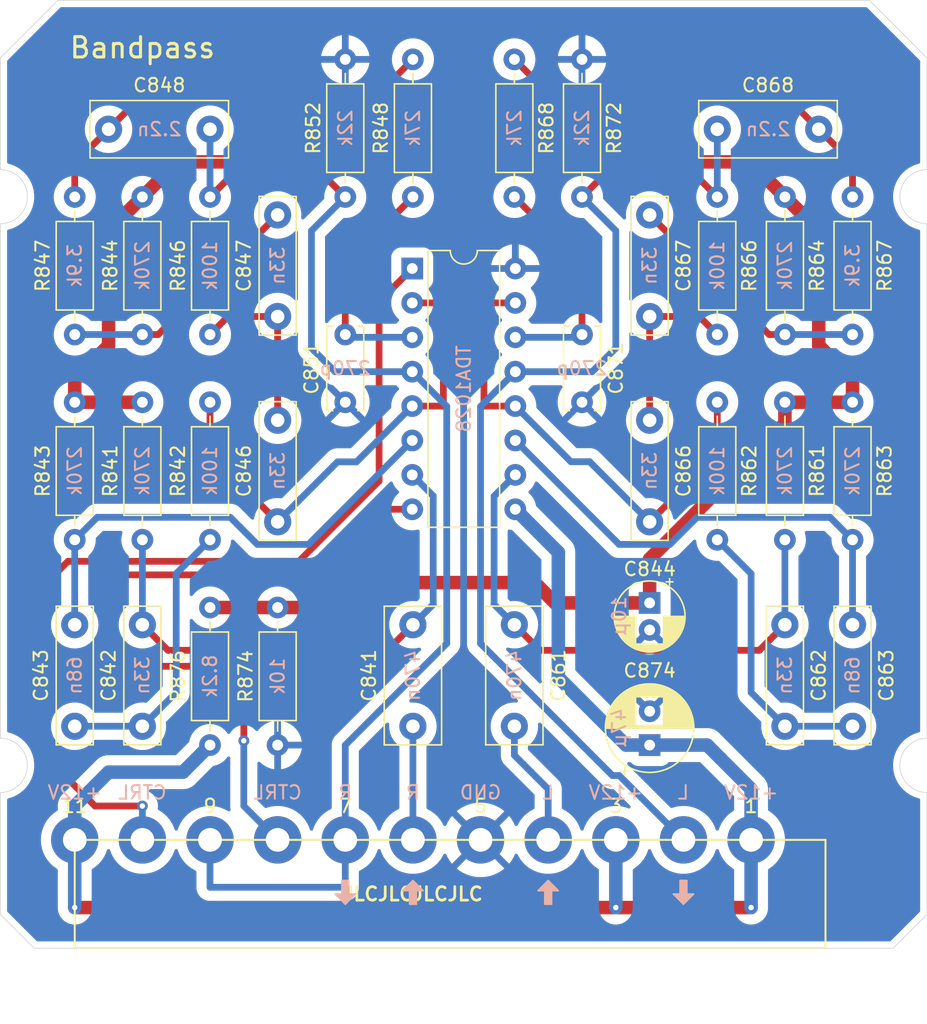
<source format=kicad_pcb>
(kicad_pcb (version 20221018) (generator pcbnew)
  (layers (0 "F.Cu" signal) (31 "B.Cu" signal) (34 "B.Paste" user) (35 "F.Paste" user) (36 "B.SilkS" user "B.Silkscreen") (37 "F.SilkS" user "F.Silkscreen") (38 "B.Mask" user) (39 "F.Mask" user) (44 "Edge.Cuts" user))
  (net 0 "")
  (net 1 "+12V")
  (net 2 "GND")
  (net 3 "III-2")
  (net 4 "IN_R")
  (net 5 "Net-(C842-Pad1)")
  (net 6 "III-1")
  (net 7 "+6.5V")
  (net 8 "O-III")
  (net 9 "Net-(C846-Pad2)")
  (net 10 "Net-(C847-Pad2)")
  (net 11 "Net-(C848-Pad1)")
  (net 12 "OUT_R")
  (net 13 "I-2")
  (net 14 "IV-1")
  (net 15 "IN_L")
  (net 16 "Net-(C862-Pad1)")
  (net 17 "IV-2")
  (net 18 "O-IV")
  (net 19 "Net-(C866-Pad2)")
  (net 20 "Net-(C867-Pad2)")
  (net 21 "Net-(C868-Pad1)")
  (net 22 "OUT_L")
  (net 23 "II-2")
  (net 24 "CRTL-I")
  (net 25 "CRTL-II")
  (footprint "NF-Filter-Modul:Connector_01x11_5mm" (layer "F.Cu") (at 81.25 87)
    (fp_text reference "J1" hide)
    (fp_text value "Conn_01x13")
    (fp_text user "7" (at -30 -2.5) (layer "F.SilkS"))
    (fp_text user "1" (at 0 -2.5) (layer "F.SilkS"))
    (fp_text user "11" (at -50 -2.5) (layer "F.SilkS"))
    (pad "1" thru_hole circle (at 0 0 180) (size 3.5 3.5) (drill 1.75) (layers "B.Cu" "B.Mask") (net 1 "+12V"))
    (pad "2" thru_hole circle (at -5 0 180) (size 3.5 3.5) (drill 1.75) (layers "B.Cu" "B.Mask") (net 22 "OUT_L"))
    (pad "3" thru_hole circle (at -10 0 180) (size 3.5 3.5) (drill 1.75) (layers "B.Cu" "B.Mask") (net 1 "+12V"))
    (pad "4" thru_hole circle (at -15 0 180) (size 3.5 3.5) (drill 1.75) (layers "B.Cu" "B.Mask") (net 15 "IN_L"))
    (pad "5" thru_hole circle (at -20 0 180) (size 3.5 3.5) (drill 1.75) (layers "B.Cu" "B.Mask") (net 2 "GND"))
    (pad "6" thru_hole circle (at -25 0 180) (size 3.5 3.5) (drill 1.75) (layers "B.Cu" "B.Mask") (net 4 "IN_R"))
    (pad "7" thru_hole circle (at -30 0 180) (size 3.5 3.5) (drill 1.75) (layers "B.Cu" "B.Mask") (net 12 "OUT_R"))
    (pad "8" thru_hole circle (at -35 0 180) (size 3.5 3.5) (drill 1.75) (layers "B.Cu" "B.Mask") (net 24 "CRTL-I"))
    (pad "9" thru_hole circle (at -40 0 180) (size 3.5 3.5) (drill 1.75) (layers "B.Cu" "B.Mask") (net 12 "OUT_R"))
    (pad "10" thru_hole circle (at -45 0 180) (size 3.5 3.5) (drill 1.75) (layers "B.Cu" "B.Mask") (net 25 "CRTL-II"))
    (pad "11" thru_hole circle (at -50 0 180) (size 3.5 3.5) (drill 1.75) (layers "B.Cu" "B.Mask") (net 1 "+12V"))
  )
  (footprint "Capacitor_THT:C_Rect_L10.0mm_W4.0mm_P7.50mm_MKS4" (layer "F.Cu") (at 56.25 71.113 -90)
    (fp_text reference "C841" (at 3.75 3.25 90) (layer "F.SilkS"))
    (fp_text value "470n" (at 3.75 0 90) (layer "B.SilkS") (effects (justify mirror)))
    (pad "1" thru_hole circle (at 0 0 270) (size 2 2) (drill 1) (layers "*.Cu" "*.Mask") (net 6 "III-1"))
    (pad "2" thru_hole circle (at 7.5 0 270) (size 2 2) (drill 1) (layers "*.Cu" "*.Mask") (net 4 "IN_R"))
  )
  (footprint "Resistor_THT:R_Axial_DIN0207_L6.3mm_D2.5mm_P10.16mm_Horizontal" (layer "F.Cu") (at 88.75 49.68 90)
    (fp_text reference "R867" (at 5.08 2.37 90) (layer "F.SilkS"))
    (fp_text value "3.9k" (at 5.08 0 90) (layer "B.SilkS") (effects (justify mirror)))
    (pad "1" thru_hole circle (at 0 0 90) (size 1.6 1.6) (drill 0.8) (layers "*.Cu" "*.Mask") (net 20 "Net-(C867-Pad2)"))
    (pad "2" thru_hole oval (at 10.16 0 90) (size 1.6 1.6) (drill 0.8) (layers "*.Cu" "*.Mask") (net 21 "Net-(C868-Pad1)"))
  )
  (footprint "Capacitor_THT:C_Rect_L10.0mm_W4.0mm_P7.50mm_MKS4" (layer "F.Cu") (at 86.25 34.52 180)
    (fp_text reference "C868" (at 3.75 3.25) (layer "F.SilkS"))
    (fp_text value "2.2n" (at 3.75 0) (layer "B.SilkS") (effects (justify mirror)))
    (pad "1" thru_hole circle (at 0 0 180) (size 2 2) (drill 1) (layers "*.Cu" "*.Mask") (net 21 "Net-(C868-Pad1)"))
    (pad "2" thru_hole circle (at 7.5 0 180) (size 2 2) (drill 1) (layers "*.Cu" "*.Mask") (net 22 "OUT_L"))
  )
  (footprint "Resistor_THT:R_Axial_DIN0207_L6.3mm_D2.5mm_P10.16mm_Horizontal" (layer "F.Cu") (at 51.25 39.52 90)
    (fp_text reference "R852" (at 5.08 -2.37 90) (layer "F.SilkS"))
    (fp_text value "22k" (at 5.08 0 90) (layer "B.SilkS") (effects (justify mirror)))
    (pad "1" thru_hole circle (at 0 0 90) (size 1.6 1.6) (drill 0.8) (layers "*.Cu" "*.Mask") (net 12 "OUT_R"))
    (pad "2" thru_hole oval (at 10.16 0 90) (size 1.6 1.6) (drill 0.8) (layers "*.Cu" "*.Mask") (net 2 "GND"))
  )
  (footprint "Capacitor_THT:C_Rect_L10.0mm_W2.5mm_P7.50mm_MKS4" (layer "F.Cu") (at 46.25 63.51 90)
    (fp_text reference "C846" (at 3.75 -2.5 90) (layer "F.SilkS"))
    (fp_text value "33n" (at 3.75 0 90) (layer "B.SilkS") (effects (justify mirror)))
    (pad "1" thru_hole circle (at 0 0 90) (size 2 2) (drill 1) (layers "*.Cu" "*.Mask") (net 8 "O-III"))
    (pad "2" thru_hole circle (at 7.5 0 90) (size 2 2) (drill 1) (layers "*.Cu" "*.Mask") (net 9 "Net-(C846-Pad2)"))
  )
  (footprint "Capacitor_THT:C_Rect_L10.0mm_W2.5mm_P7.50mm_MKS4" (layer "F.Cu") (at 88.75 78.61 90)
    (fp_text reference "C863" (at 3.75 2.5 90) (layer "F.SilkS"))
    (fp_text value "68n" (at 3.75 0 90) (layer "B.SilkS") (effects (justify mirror)))
    (pad "1" thru_hole circle (at 0 0 90) (size 2 2) (drill 1) (layers "*.Cu" "*.Mask") (net 16 "Net-(C862-Pad1)"))
    (pad "2" thru_hole circle (at 7.5 0 90) (size 2 2) (drill 1) (layers "*.Cu" "*.Mask") (net 17 "IV-2"))
  )
  (footprint "Resistor_THT:R_Axial_DIN0207_L6.3mm_D2.5mm_P10.16mm_Horizontal" (layer "F.Cu") (at 36.25 54.68 -90)
    (fp_text reference "R841" (at 5.08 2.37 90) (layer "F.SilkS"))
    (fp_text value "270k" (at 5.08 0 90) (layer "B.SilkS") (effects (justify mirror)))
    (pad "1" thru_hole circle (at 0 0 270) (size 1.6 1.6) (drill 0.8) (layers "*.Cu" "*.Mask") (net 7 "+6.5V"))
    (pad "2" thru_hole oval (at 10.16 0 270) (size 1.6 1.6) (drill 0.8) (layers "*.Cu" "*.Mask") (net 6 "III-1"))
  )
  (footprint "Resistor_THT:R_Axial_DIN0207_L6.3mm_D2.5mm_P10.16mm_Horizontal" (layer "F.Cu") (at 41.25 80 90)
    (fp_text reference "R876" (at 5.08 -2.37 90) (layer "F.SilkS"))
    (fp_text value "8.2k" (at 5.08 0 90) (layer "B.SilkS") (effects (justify mirror)))
    (pad "1" thru_hole circle (at 0 0 90) (size 1.6 1.6) (drill 0.8) (layers "*.Cu" "*.Mask") (net 1 "+12V"))
    (pad "2" thru_hole oval (at 10.16 0 90) (size 1.6 1.6) (drill 0.8) (layers "*.Cu" "*.Mask") (net 7 "+6.5V"))
  )
  (footprint "Capacitor_THT:C_Rect_L10.0mm_W2.5mm_P7.50mm_MKS4" (layer "F.Cu") (at 73.75 63.51 90)
    (fp_text reference "C866" (at 3.75 2.5 90) (layer "F.SilkS"))
    (fp_text value "33n" (at 3.75 0 90) (layer "B.SilkS") (effects (justify mirror)))
    (pad "1" thru_hole circle (at 0 0 90) (size 2 2) (drill 1) (layers "*.Cu" "*.Mask") (net 18 "O-IV"))
    (pad "2" thru_hole circle (at 7.5 0 90) (size 2 2) (drill 1) (layers "*.Cu" "*.Mask") (net 19 "Net-(C866-Pad2)"))
  )
  (footprint "Resistor_THT:R_Axial_DIN0207_L6.3mm_D2.5mm_P10.16mm_Horizontal" (layer "F.Cu") (at 78.75 49.68 90)
    (fp_text reference "R866" (at 5.08 2.37 90) (layer "F.SilkS"))
    (fp_text value "100k" (at 5.08 0 90) (layer "B.SilkS") (effects (justify mirror)))
    (pad "1" thru_hole circle (at 0 0 90) (size 1.6 1.6) (drill 0.8) (layers "*.Cu" "*.Mask") (net 19 "Net-(C866-Pad2)"))
    (pad "2" thru_hole oval (at 10.16 0 90) (size 1.6 1.6) (drill 0.8) (layers "*.Cu" "*.Mask") (net 22 "OUT_L"))
  )
  (footprint "Capacitor_THT:C_Rect_L10.0mm_W4.0mm_P7.50mm_MKS4" (layer "F.Cu") (at 63.75 71.11 -90)
    (fp_text reference "C861" (at 3.75 -3.25 90) (layer "F.SilkS"))
    (fp_text value "470n" (at 3.75 0 90) (layer "B.SilkS") (effects (justify mirror)))
    (pad "1" thru_hole circle (at 0 0 270) (size 2 2) (drill 1) (layers "*.Cu" "*.Mask") (net 14 "IV-1"))
    (pad "2" thru_hole circle (at 7.5 0 270) (size 2 2) (drill 1) (layers "*.Cu" "*.Mask") (net 15 "IN_L"))
  )
  (footprint "Capacitor_THT:C_Disc_D6.0mm_W2.5mm_P5.00mm" (layer "F.Cu") (at 51.25 49.68 -90)
    (fp_text reference "C851" (at 2.5 2.5 90) (layer "F.SilkS"))
    (fp_text value "270p" (at 2.5 0) (layer "B.SilkS") (effects (justify mirror)))
    (pad "1" thru_hole circle (at 0 0 270) (size 1.6 1.6) (drill 0.8) (layers "*.Cu" "*.Mask") (net 13 "I-2"))
    (pad "2" thru_hole circle (at 5 0 270) (size 1.6 1.6) (drill 0.8) (layers "*.Cu" "*.Mask") (net 2 "GND"))
  )
  (footprint "Capacitor_THT:C_Rect_L10.0mm_W2.5mm_P7.50mm_MKS4" (layer "F.Cu") (at 73.75 48.35 90)
    (fp_text reference "C867" (at 3.75 2.5 90) (layer "F.SilkS"))
    (fp_text value "33n" (at 3.75 0 90) (layer "B.SilkS") (effects (justify mirror)))
    (pad "1" thru_hole circle (at 0 0 90) (size 2 2) (drill 1) (layers "*.Cu" "*.Mask") (net 19 "Net-(C866-Pad2)"))
    (pad "2" thru_hole circle (at 7.5 0 90) (size 2 2) (drill 1) (layers "*.Cu" "*.Mask") (net 20 "Net-(C867-Pad2)"))
  )
  (footprint "Capacitor_THT:C_Rect_L10.0mm_W2.5mm_P7.50mm_MKS4" (layer "F.Cu") (at 31.25 78.61 90)
    (fp_text reference "C843" (at 3.75 -2.5 90) (layer "F.SilkS"))
    (fp_text value "68n" (at 3.75 0 90) (layer "B.SilkS") (effects (justify mirror)))
    (pad "1" thru_hole circle (at 0 0 90) (size 2 2) (drill 1) (layers "*.Cu" "*.Mask") (net 5 "Net-(C842-Pad1)"))
    (pad "2" thru_hole circle (at 7.5 0 90) (size 2 2) (drill 1) (layers "*.Cu" "*.Mask") (net 3 "III-2"))
  )
  (footprint "Resistor_THT:R_Axial_DIN0207_L6.3mm_D2.5mm_P10.16mm_Horizontal" (layer "F.Cu") (at 31.25 54.68 -90)
    (fp_text reference "R843" (at 5.08 2.37 90) (layer "F.SilkS"))
    (fp_text value "270k" (at 5.08 0 90) (layer "B.SilkS") (effects (justify mirror)))
    (pad "1" thru_hole circle (at 0 0 270) (size 1.6 1.6) (drill 0.8) (layers "*.Cu" "*.Mask") (net 7 "+6.5V"))
    (pad "2" thru_hole oval (at 10.16 0 270) (size 1.6 1.6) (drill 0.8) (layers "*.Cu" "*.Mask") (net 3 "III-2"))
  )
  (footprint "Resistor_THT:R_Axial_DIN0207_L6.3mm_D2.5mm_P10.16mm_Horizontal" (layer "F.Cu") (at 88.75 54.68 -90)
    (fp_text reference "R863" (at 5.08 -2.37 90) (layer "F.SilkS"))
    (fp_text value "270k" (at 5.08 0 90) (layer "B.SilkS") (effects (justify mirror)))
    (pad "1" thru_hole circle (at 0 0 270) (size 1.6 1.6) (drill 0.8) (layers "*.Cu" "*.Mask") (net 7 "+6.5V"))
    (pad "2" thru_hole oval (at 10.16 0 270) (size 1.6 1.6) (drill 0.8) (layers "*.Cu" "*.Mask") (net 17 "IV-2"))
  )
  (footprint "Resistor_THT:R_Axial_DIN0207_L6.3mm_D2.5mm_P10.16mm_Horizontal" (layer "F.Cu") (at 41.25 49.68 90)
    (fp_text reference "R846" (at 5.08 -2.37 90) (layer "F.SilkS"))
    (fp_text value "100k" (at 5.08 0 90) (layer "B.SilkS") (effects (justify mirror)))
    (pad "1" thru_hole circle (at 0 0 90) (size 1.6 1.6) (drill 0.8) (layers "*.Cu" "*.Mask") (net 9 "Net-(C846-Pad2)"))
    (pad "2" thru_hole oval (at 10.16 0 90) (size 1.6 1.6) (drill 0.8) (layers "*.Cu" "*.Mask") (net 12 "OUT_R"))
  )
  (footprint "Resistor_THT:R_Axial_DIN0207_L6.3mm_D2.5mm_P10.16mm_Horizontal" (layer "F.Cu") (at 36.25 39.52 -90)
    (fp_text reference "R844" (at 5.08 2.37 90) (layer "F.SilkS"))
    (fp_text value "270k" (at 5.08 0 90) (layer "B.SilkS") (effects (justify mirror)))
    (pad "1" thru_hole circle (at 0 0 270) (size 1.6 1.6) (drill 0.8) (layers "*.Cu" "*.Mask") (net 7 "+6.5V"))
    (pad "2" thru_hole oval (at 10.16 0 270) (size 1.6 1.6) (drill 0.8) (layers "*.Cu" "*.Mask") (net 10 "Net-(C847-Pad2)"))
  )
  (footprint "Resistor_THT:R_Axial_DIN0207_L6.3mm_D2.5mm_P10.16mm_Horizontal" (layer "F.Cu") (at 31.25 49.68 90)
    (fp_text reference "R847" (at 5.08 -2.37 90) (layer "F.SilkS"))
    (fp_text value "3.9k" (at 5.08 0 90) (layer "B.SilkS") (effects (justify mirror)))
    (pad "1" thru_hole circle (at 0 0 90) (size 1.6 1.6) (drill 0.8) (layers "*.Cu" "*.Mask") (net 10 "Net-(C847-Pad2)"))
    (pad "2" thru_hole oval (at 10.16 0 90) (size 1.6 1.6) (drill 0.8) (layers "*.Cu" "*.Mask") (net 11 "Net-(C848-Pad1)"))
  )
  (footprint "Resistor_THT:R_Axial_DIN0207_L6.3mm_D2.5mm_P10.16mm_Horizontal" (layer "F.Cu") (at 83.75 39.52 -90)
    (fp_text reference "R864" (at 5.08 -2.37 90) (layer "F.SilkS"))
    (fp_text value "270k" (at 5.08 0 90) (layer "B.SilkS") (effects (justify mirror)))
    (pad "1" thru_hole circle (at 0 0 270) (size 1.6 1.6) (drill 0.8) (layers "*.Cu" "*.Mask") (net 7 "+6.5V"))
    (pad "2" thru_hole oval (at 10.16 0 270) (size 1.6 1.6) (drill 0.8) (layers "*.Cu" "*.Mask") (net 20 "Net-(C867-Pad2)"))
  )
  (footprint "Resistor_THT:R_Axial_DIN0207_L6.3mm_D2.5mm_P10.16mm_Horizontal" (layer "F.Cu") (at 83.75 54.68 -90)
    (fp_text reference "R861" (at 5.08 -2.37 90) (layer "F.SilkS"))
    (fp_text value "270k" (at 5.08 0 90) (layer "B.SilkS") (effects (justify mirror)))
    (pad "1" thru_hole circle (at 0 0 270) (size 1.6 1.6) (drill 0.8) (layers "*.Cu" "*.Mask") (net 7 "+6.5V"))
    (pad "2" thru_hole oval (at 10.16 0 270) (size 1.6 1.6) (drill 0.8) (layers "*.Cu" "*.Mask") (net 14 "IV-1"))
  )
  (footprint "Capacitor_THT:CP_Radial_D5.0mm_P2.00mm" (layer "F.Cu") (at 73.75 69.5 -90)
    (fp_text reference "C844" (at -2.5 0) (layer "F.SilkS"))
    (fp_text value "10µ" (at 1 2.25 90) (layer "B.SilkS") (effects (justify mirror)))
    (pad "1" thru_hole rect (at 0 0 270) (size 1.6 1.6) (drill 0.8) (layers "*.Cu" "*.Mask") (net 7 "+6.5V"))
    (pad "2" thru_hole circle (at 2 0 270) (size 1.6 1.6) (drill 0.8) (layers "*.Cu" "*.Mask") (net 2 "GND"))
  )
  (footprint "Package_DIP:DIP-16_W7.62mm" (layer "F.Cu") (at 56.2 44.805)
    (fp_text reference "U841" hide)
    (fp_text value "TDA1028" (at 3.81 8.89 90) (layer "B.SilkS") (effects (justify mirror)))
    (pad "1" thru_hole rect (at 0 0) (size 1.6 1.6) (drill 0.8) (layers "*.Cu" "*.Mask") (net 25 "CRTL-II"))
    (pad "2" thru_hole oval (at 0 2.54) (size 1.6 1.6) (drill 0.8) (layers "*.Cu" "*.Mask") (net 8 "O-III"))
    (pad "3" thru_hole oval (at 0 5.08) (size 1.6 1.6) (drill 0.8) (layers "*.Cu" "*.Mask") (net 13 "I-2"))
    (pad "4" thru_hole oval (at 0 7.62) (size 1.6 1.6) (drill 0.8) (layers "*.Cu" "*.Mask") (net 12 "OUT_R"))
    (pad "5" thru_hole oval (at 0 10.16) (size 1.6 1.6) (drill 0.8) (layers "*.Cu" "*.Mask") (net 8 "O-III"))
    (pad "6" thru_hole oval (at 0 12.7) (size 1.6 1.6) (drill 0.8) (layers "*.Cu" "*.Mask") (net 3 "III-2"))
    (pad "7" thru_hole oval (at 0 15.24) (size 1.6 1.6) (drill 0.8) (layers "*.Cu" "*.Mask") (net 6 "III-1"))
    (pad "8" thru_hole oval (at 0 17.78) (size 1.6 1.6) (drill 0.8) (layers "*.Cu" "*.Mask") (net 24 "CRTL-I"))
    (pad "9" thru_hole oval (at 7.62 17.78) (size 1.6 1.6) (drill 0.8) (layers "*.Cu" "*.Mask") (net 1 "+12V"))
    (pad "10" thru_hole oval (at 7.62 15.24) (size 1.6 1.6) (drill 0.8) (layers "*.Cu" "*.Mask") (net 14 "IV-1"))
    (pad "11" thru_hole oval (at 7.62 12.7) (size 1.6 1.6) (drill 0.8) (layers "*.Cu" "*.Mask") (net 17 "IV-2"))
    (pad "12" thru_hole oval (at 7.62 10.16) (size 1.6 1.6) (drill 0.8) (layers "*.Cu" "*.Mask") (net 18 "O-IV"))
    (pad "13" thru_hole oval (at 7.62 7.62) (size 1.6 1.6) (drill 0.8) (layers "*.Cu" "*.Mask") (net 22 "OUT_L"))
    (pad "14" thru_hole oval (at 7.62 5.08) (size 1.6 1.6) (drill 0.8) (layers "*.Cu" "*.Mask") (net 23 "II-2"))
    (pad "15" thru_hole oval (at 7.62 2.54) (size 1.6 1.6) (drill 0.8) (layers "*.Cu" "*.Mask") (net 18 "O-IV"))
    (pad "16" thru_hole oval (at 7.62 0) (size 1.6 1.6) (drill 0.8) (layers "*.Cu" "*.Mask") (net 2 "GND"))
  )
  (footprint "Resistor_THT:R_Axial_DIN0207_L6.3mm_D2.5mm_P10.16mm_Horizontal" (layer "F.Cu") (at 46.25 69.84 -90)
    (fp_text reference "R874" (at 5.08 2.37 90) (layer "F.SilkS"))
    (fp_text value "10k" (at 5.08 0 90) (layer "B.SilkS") (effects (justify mirror)))
    (pad "1" thru_hole circle (at 0 0 270) (size 1.6 1.6) (drill 0.8) (layers "*.Cu" "*.Mask") (net 7 "+6.5V"))
    (pad "2" thru_hole oval (at 10.16 0 270) (size 1.6 1.6) (drill 0.8) (layers "*.Cu" "*.Mask") (net 2 "GND"))
  )
  (footprint "Capacitor_THT:CP_Radial_D6.3mm_P2.50mm" (layer "F.Cu") (at 73.75 80 90)
    (fp_text reference "C874" (at 5.5 0 180) (layer "F.SilkS"))
    (fp_text value "47µ" (at 1.25 -2.25 90) (layer "B.SilkS") (effects (justify mirror)))
    (pad "1" thru_hole rect (at 0 0 90) (size 1.6 1.6) (drill 0.8) (layers "*.Cu" "*.Mask") (net 1 "+12V"))
    (pad "2" thru_hole circle (at 2.5 0 90) (size 1.6 1.6) (drill 0.8) (layers "*.Cu" "*.Mask") (net 2 "GND"))
  )
  (footprint "Capacitor_THT:C_Rect_L10.0mm_W2.5mm_P7.50mm_MKS4" (layer "F.Cu") (at 83.75 78.61 90)
    (fp_text reference "C862" (at 3.75 2.5 90) (layer "F.SilkS"))
    (fp_text value "33n" (at 3.75 0 90) (layer "B.SilkS") (effects (justify mirror)))
    (pad "1" thru_hole circle (at 0 0 90) (size 2 2) (drill 1) (layers "*.Cu" "*.Mask") (net 16 "Net-(C862-Pad1)"))
    (pad "2" thru_hole circle (at 7.5 0 90) (size 2 2) (drill 1) (layers "*.Cu" "*.Mask") (net 14 "IV-1"))
  )
  (footprint "Capacitor_THT:C_Rect_L10.0mm_W4.0mm_P7.50mm_MKS4" (layer "F.Cu") (at 33.75 34.52)
    (fp_text reference "C848" (at 3.75 -3.25) (layer "F.SilkS"))
    (fp_text value "2.2n" (at 3.75 0) (layer "B.SilkS") (effects (justify mirror)))
    (pad "1" thru_hole circle (at 0 0) (size 2 2) (drill 1) (layers "*.Cu" "*.Mask") (net 11 "Net-(C848-Pad1)"))
    (pad "2" thru_hole circle (at 7.5 0) (size 2 2) (drill 1) (layers "*.Cu" "*.Mask") (net 12 "OUT_R"))
  )
  (footprint "Capacitor_THT:C_Rect_L10.0mm_W2.5mm_P7.50mm_MKS4" (layer "F.Cu") (at 36.25 78.61 90)
    (fp_text reference "C842" (at 3.75 -2.5 90) (layer "F.SilkS"))
    (fp_text value "33n" (at 3.75 0 90) (layer "B.SilkS") (effects (justify mirror)))
    (pad "1" thru_hole circle (at 0 0 90) (size 2 2) (drill 1) (layers "*.Cu" "*.Mask") (net 5 "Net-(C842-Pad1)"))
    (pad "2" thru_hole circle (at 7.5 0 90) (size 2 2) (drill 1) (layers "*.Cu" "*.Mask") (net 6 "III-1"))
  )
  (footprint "Capacitor_THT:C_Disc_D6.0mm_W2.5mm_P5.00mm" (layer "F.Cu") (at 68.75 49.68 -90)
    (fp_text reference "C871" (at 2.5 -2.5 90) (layer "F.SilkS"))
    (fp_text value "270p" (at 2.5 0) (layer "B.SilkS") (effects (justify mirror)))
    (pad "1" thru_hole circle (at 0 0 270) (size 1.6 1.6) (drill 0.8) (layers "*.Cu" "*.Mask") (net 23 "II-2"))
    (pad "2" thru_hole circle (at 5 0 270) (size 1.6 1.6) (drill 0.8) (layers "*.Cu" "*.Mask") (net 2 "GND"))
  )
  (footprint "Resistor_THT:R_Axial_DIN0207_L6.3mm_D2.5mm_P10.16mm_Horizontal" (layer "F.Cu") (at 41.25 64.84 90)
    (fp_text reference "R842" (at 5.08 -2.37 90) (layer "F.SilkS"))
    (fp_text value "100k" (at 5.08 0 90) (layer "B.SilkS") (effects (justify mirror)))
    (pad "1" thru_hole circle (at 0 0 90) (size 1.6 1.6) (drill 0.8) (layers "*.Cu" "*.Mask") (net 5 "Net-(C842-Pad1)"))
    (pad "2" thru_hole oval (at 10.16 0 90) (size 1.6 1.6) (drill 0.8) (layers "*.Cu" "*.Mask") (net 8 "O-III"))
  )
  (footprint "Capacitor_THT:C_Rect_L10.0mm_W2.5mm_P7.50mm_MKS4" (layer "F.Cu") (at 46.25 48.35 90)
    (fp_text reference "C847" (at 3.75 -2.5 90) (layer "F.SilkS"))
    (fp_text value "33n" (at 3.75 0 90) (layer "B.SilkS") (effects (justify mirror)))
    (pad "1" thru_hole circle (at 0 0 90) (size 2 2) (drill 1) (layers "*.Cu" "*.Mask") (net 9 "Net-(C846-Pad2)"))
    (pad "2" thru_hole circle (at 7.5 0 90) (size 2 2) (drill 1) (layers "*.Cu" "*.Mask") (net 10 "Net-(C847-Pad2)"))
  )
  (footprint "Resistor_THT:R_Axial_DIN0207_L6.3mm_D2.5mm_P10.16mm_Horizontal" (layer "F.Cu") (at 68.75 39.52 90)
    (fp_text reference "R872" (at 5.08 2.37 90) (layer "F.SilkS"))
    (fp_text value "22k" (at 5.08 0 90) (layer "B.SilkS") (effects (justify mirror)))
    (pad "1" thru_hole circle (at 0 0 90) (size 1.6 1.6) (drill 0.8) (layers "*.Cu" "*.Mask") (net 22 "OUT_L"))
    (pad "2" thru_hole oval (at 10.16 0 90) (size 1.6 1.6) (drill 0.8) (layers "*.Cu" "*.Mask") (net 2 "GND"))
  )
  (footprint "Resistor_THT:R_Axial_DIN0207_L6.3mm_D2.5mm_P10.16mm_Horizontal" (layer "F.Cu") (at 63.75 29.36 -90)
    (fp_text reference "R868" (at 5.08 -2.37 90) (layer "F.SilkS"))
    (fp_text value "27k" (at 5.08 0 90) (layer "B.SilkS") (effects (justify mirror)))
    (pad "1" thru_hole circle (at 0 0 270) (size 1.6 1.6) (drill 0.8) (layers "*.Cu" "*.Mask") (net 21 "Net-(C868-Pad1)"))
    (pad "2" thru_hole oval (at 10.16 0 270) (size 1.6 1.6) (drill 0.8) (layers "*.Cu" "*.Mask") (net 23 "II-2"))
  )
  (footprint "Resistor_THT:R_Axial_DIN0207_L6.3mm_D2.5mm_P10.16mm_Horizontal" (layer "F.Cu") (at 78.75 64.84 90)
    (fp_text reference "R862" (at 5.08 2.37 90) (layer "F.SilkS"))
    (fp_text value "100k" (at 5.08 0 90) (layer "B.SilkS") (effects (justify mirror)))
    (pad "1" thru_hole circle (at 0 0 90) (size 1.6 1.6) (drill 0.8) (layers "*.Cu" "*.Mask") (net 16 "Net-(C862-Pad1)"))
    (pad "2" thru_hole oval (at 10.16 0 90) (size 1.6 1.6) (drill 0.8) (layers "*.Cu" "*.Mask") (net 18 "O-IV"))
  )
  (footprint "Resistor_THT:R_Axial_DIN0207_L6.3mm_D2.5mm_P10.16mm_Horizontal" (layer "F.Cu") (at 56.25 29.36 -90)
    (fp_text reference "R848" (at 5.08 2.37 90) (layer "F.SilkS"))
    (fp_text value "27k" (at 5.08 0 90) (layer "B.SilkS") (effects (justify mirror)))
    (pad "1" thru_hole circle (at 0 0 270) (size 1.6 1.6) (drill 0.8) (layers "*.Cu" "*.Mask") (net 11 "Net-(C848-Pad1)"))
    (pad "2" thru_hole oval (at 10.16 0 270) (size 1.6 1.6) (drill 0.8) (layers "*.Cu" "*.Mask") (net 13 "I-2"))
  )
  (gr_poly (pts (xy 76.5 90) (xy 76 90) (xy 76 91) (xy 76.5 91)) (stroke (width 0.12)) (fill solid) (layer "B.SilkS"))
  (gr_poly (pts (xy 56 91.75) (xy 56.5 91.75) (xy 56.5 90.75) (xy 56 90.75)) (stroke (width 0.12)) (fill solid) (layer "B.SilkS"))
  (gr_poly (pts (xy 50.5 91) (xy 51.25 91.75) (xy 52 91)) (stroke (width 0.12)) (fill solid) (layer "B.SilkS"))
  (gr_poly (pts (xy 75.5 91) (xy 76.25 91.75) (xy 77 91)) (stroke (width 0.12)) (fill solid) (layer "B.SilkS"))
  (gr_poly (pts (xy 66 91.75) (xy 66.5 91.75) (xy 66.5 90.75) (xy 66 90.75)) (stroke (width 0.12)) (fill solid) (layer "B.SilkS"))
  (gr_poly (pts (xy 57 90.75) (xy 56.25 90) (xy 55.5 90.75)) (stroke (width 0.12)) (fill solid) (layer "B.SilkS"))
  (gr_poly (pts (xy 51.5 90) (xy 51 90) (xy 51 91) (xy 51.5 91)) (stroke (width 0.12)) (fill solid) (layer "B.SilkS"))
  (gr_poly (pts (xy 67 90.75) (xy 66.25 90) (xy 65.5 90.75)) (stroke (width 0.12)) (fill solid) (layer "B.SilkS"))
  (gr_line (start 25.75 79.5) (end 25.75 41.5) (stroke (width 0.05)) (layer "Edge.Cuts"))
  (gr_line (start 25.75 29.25) (end 30 25) (stroke (width 0.05)) (layer "Edge.Cuts"))
  (gr_line (start 90 25) (end 94.25 29.25) (stroke (width 0.05)) (layer "Edge.Cuts"))
  (gr_line (start 91.75 95) (end 94.25 92.5) (stroke (width 0.05)) (layer "Edge.Cuts"))
  (gr_line (start 25.75 92.5) (end 28.25 95) (stroke (width 0.05)) (layer "Edge.Cuts"))
  (gr_arc (start 25.75 79.5) (mid 27.75 81.5) (end 25.75 83.5) (stroke (width 0.05)) (layer "Edge.Cuts"))
  (gr_arc (start 25.75 37.5) (mid 27.75 39.5) (end 25.75 41.5) (stroke (width 0.05)) (layer "Edge.Cuts"))
  (gr_arc (start 94.25 41.5) (mid 92.25 39.5) (end 94.25 37.5) (stroke (width 0.05)) (layer "Edge.Cuts"))
  (gr_line (start 91.75 95) (end 28.25 95) (stroke (width 0.05)) (layer "Edge.Cuts"))
  (gr_line (start 94.25 29.25) (end 94.25 37.5) (stroke (width 0.05)) (layer "Edge.Cuts"))
  (gr_line (start 25.75 29.25) (end 25.75 37.5) (stroke (width 0.05)) (layer "Edge.Cuts"))
  (gr_line (start 25.75 92.5) (end 25.75 83.5) (stroke (width 0.05)) (layer "Edge.Cuts"))
  (gr_line (start 30 25) (end 90 25) (stroke (width 0.05)) (layer "Edge.Cuts"))
  (gr_arc (start 94.25 83.5) (mid 92.25 81.5) (end 94.25 79.5) (stroke (width 0.05)) (layer "Edge.Cuts"))
  (gr_line (start 94.25 41.5) (end 94.25 79.5) (stroke (width 0.05)) (layer "Edge.Cuts"))
  (gr_line (start 94.25 92.5) (end 94.25 83.5) (stroke (width 0.05)) (layer "Edge.Cuts"))
  (gr_text "CTRL" (at 46.25 83.5) (layer "B.SilkS") (effects (font (size 1 1)) (justify mirror)))
  (gr_text "+12V" (at 31.25 83.5) (layer "B.SilkS") (effects (font (size 1 1)) (justify mirror)))
  (gr_text "+12V" (at 71.25 83.5) (layer "B.SilkS") (effects (font (size 1 1)) (justify mirror)))
  (gr_text "+12V" (at 81.25 83.5) (layer "B.SilkS") (effects (font (size 1 1)) (justify mirror)))
  (gr_text "R" (at 51.25 83.5) (layer "B.SilkS") (effects (font (size 1 1)) (justify mirror)))
  (gr_text "R" (at 56.25 83.5) (layer "B.SilkS") (effects (font (size 1 1)) (justify mirror)))
  (gr_text "CTRL" (at 36.25 83.5) (layer "B.SilkS") (effects (font (size 1 1)) (justify mirror)))
  (gr_text "GND" (at 61.25 83.5) (layer "B.SilkS") (effects (font (size 1 1)) (justify mirror)))
  (gr_text "L" (at 76.25 83.5) (layer "B.SilkS") (effects (font (size 1 1)) (justify mirror)))
  (gr_text "L" (at 66.25 83.5) (layer "B.SilkS") (effects (font (size 1 1)) (justify mirror)))
  (gr_text "5" (at 61.25 84.5) (layer "F.SilkS") (effects (font (size 1 1))))
  (gr_text "9" (at 41.25 84.5) (layer "F.SilkS") (effects (font (size 1 1))))
  (gr_text "3" (at 71.25 84.5) (layer "F.SilkS") (effects (font (size 1 1))))
  (gr_text "Bandpass" (at 30.75 28.5) (layer "F.SilkS") (effects (font (size 1.5 1.5) (thickness 0.225)) (justify left)))
  (gr_text "JLCJLCJLCJLC" (at 56.25 91) (layer "F.SilkS") (effects (font (size 1 1) (thickness 0.2))))
  (segment (start 31.25 92) (end 81.25 92) (width 1) (layer "F.Cu") (net 1))
  (via (at 31.25 92) (size 0.8) (drill 0.4) (layers "F.Cu" "B.Cu") (net 1))
  (via (at 71.25 92) (size 0.8) (drill 0.4) (layers "F.Cu" "B.Cu") (net 1))
  (via (at 81.25 92) (size 0.8) (drill 0.4) (layers "F.Cu" "B.Cu") (net 1))
  (segment (start 81.25 87) (end 81.25 83.25) (width 1) (layer "B.Cu") (net 1))
  (segment (start 79 81) (end 78 80) (width 1) (layer "B.Cu") (net 1))
  (segment (start 39.25 82) (end 41.25 80) (width 1) (layer "B.Cu") (net 1))
  (segment (start 33.75 82) (end 39.25 82) (width 1) (layer "B.Cu") (net 1))
  (segment (start 67 65.765) (end 63.82 62.585) (width 1) (layer "B.Cu") (net 1))
  (segment (start 78 80) (end 73.75 80) (width 1) (layer "B.Cu") (net 1))
  (segment (start 31.25 87) (end 31.25 84.5) (width 1) (layer "B.Cu") (net 1))
  (segment (start 67 75) (end 72 80) (width 1) (layer "B.Cu") (net 1))
  (segment (start 67 75) (end 67 65.765) (width 1) (layer "B.Cu") (net 1))
  (segment (start 71.25 87) (end 71.25 92) (width 1) (layer "B.Cu") (net 1))
  (segment (start 31.25 84.5) (end 33.75 82) (width 1) (layer "B.Cu") (net 1))
  (segment (start 31.25 87) (end 31.25 92) (width 1) (layer "B.Cu") (net 1))
  (segment (start 72 80) (end 73.75 80) (width 1) (layer "B.Cu") (net 1))
  (segment (start 81.25 83.25) (end 79 81) (width 1) (layer "B.Cu") (net 1))
  (segment (start 81.25 87) (end 81.25 92) (width 1) (layer "B.Cu") (net 1))
  (segment (start 56.2 57.505) (end 48.525 65.18) (width 0.5) (layer "B.Cu") (net 3))
  (segment (start 42.75 63.18) (end 32.91 63.18) (width 0.5) (layer "B.Cu") (net 3))
  (segment (start 48.525 65.18) (end 44.75 65.18) (width 0.5) (layer "B.Cu") (net 3))
  (segment (start 31.25 64.84) (end 31.25 71.11) (width 0.5) (layer "B.Cu") (net 3))
  (segment (start 32.91 63.18) (end 31.25 64.84) (width 0.5) (layer "B.Cu") (net 3))
  (segment (start 44.75 65.18) (end 42.75 63.18) (width 0.5) (layer "B.Cu") (net 3))
  (segment (start 56.25 78.613) (end 56.25 87) (width 0.5) (layer "B.Cu") (net 4))
  (segment (start 41.25 64.84) (end 38.75 67.34) (width 0.5) (layer "B.Cu") (net 5))
  (segment (start 38.75 67.34) (end 38.75 76.11) (width 0.5) (layer "B.Cu") (net 5))
  (segment (start 38.75 76.11) (end 36.25 78.61) (width 0.5) (layer "B.Cu") (net 5))
  (segment (start 36.25 78.61) (end 31.25 78.61) (width 0.5) (layer "B.Cu") (net 5))
  (segment (start 54.363 73) (end 56.25 71.113) (width 0.5) (layer "F.Cu") (net 6))
  (segment (start 38.14 73) (end 54.363 73) (width 0.5) (layer "F.Cu") (net 6))
  (segment (start 36.25 71.11) (end 38.14 73) (width 0.5) (layer "F.Cu") (net 6))
  (segment (start 36.25 64.84) (end 36.25 71.11) (width 0.5) (layer "B.Cu") (net 6))
  (segment (start 57.75 69.613) (end 56.25 71.113) (width 0.5) (layer "B.Cu") (net 6))
  (segment (start 56.2 60.045) (end 57.75 61.595) (width 0.5) (layer "B.Cu") (net 6))
  (segment (start 57.75 61.595) (end 57.75 69.613) (width 0.5) (layer "B.Cu") (net 6))
  (segment (start 73.75 69.5) (end 66.75 69.5) (width 1) (layer "F.Cu") (net 7))
  (segment (start 88.75 53) (end 86.25 50.5) (width 1) (layer "F.Cu") (net 7))
  (segment (start 33.75 42.02) (end 33.75 50.5) (width 1) (layer "F.Cu") (net 7))
  (segment (start 83.75 56.25) (end 83.75 54.68) (width 1) (layer "F.Cu") (net 7))
  (segment (start 83.75 39.52) (end 81.16 36.93) (width 1) (layer "F.Cu") (net 7))
  (segment (start 65.25 68) (end 54.75 68) (width 1) (layer "F.Cu") (net 7))
  (segment (start 73.75 66.25) (end 83.75 56.25) (width 1) (layer "F.Cu") (net 7))
  (segment (start 66.75 69.5) (end 65.25 68) (width 1) (layer "F.Cu") (net 7))
  (segment (start 46.25 69.84) (end 52.91 69.84) (width 1) (layer "F.Cu") (net 7))
  (segment (start 73.75 69.5) (end 73.75 66.25) (width 1) (layer "F.Cu") (net 7))
  (segment (start 81.16 36.93) (end 38.84 36.93) (width 1) (layer "F.Cu") (net 7))
  (segment (start 31.25 53) (end 33.75 50.5) (width 1) (layer "F.Cu") (net 7))
  (segment (start 83.75 39.52) (end 86.25 42.02) (width 1) (layer "F.Cu") (net 7))
  (segment (start 86.25 42.02) (end 86.25 50.5) (width 1) (layer "F.Cu") (net 7))
  (segment (start 36.25 39.52) (end 33.75 42.02) (width 1) (layer "F.Cu") (net 7))
  (segment (start 31.25 54.68) (end 31.25 53) (width 1) (layer "F.Cu") (net 7))
  (segment (start 41.25 69.84) (end 46.25 69.84) (width 1) (layer "F.Cu") (net 7))
  (segment (start 83.75 54.68) (end 88.75 54.68) (width 1) (layer "F.Cu") (net 7))
  (segment (start 52.91 69.84) (end 54.75 68) (width 1) (layer "F.Cu") (net 7))
  (segment (start 36.25 54.68) (end 31.25 54.68) (width 1) (layer "F.Cu") (net 7))
  (segment (start 38.84 36.93) (end 36.25 39.52) (width 1) (layer "F.Cu") (net 7))
  (segment (start 88.75 54.68) (end 88.75 53) (width 1) (layer "F.Cu") (net 7))
  (segment (start 41.25 58.51) (end 46.25 63.51) (width 0.5) (layer "F.Cu") (net 8))
  (segment (start 58.5 47.345) (end 58.5 54.965) (width 0.5) (layer "F.Cu") (net 8))
  (segment (start 56.2 54.965) (end 58.5 54.965) (width 0.5) (layer "F.Cu") (net 8))
  (segment (start 41.25 54.68) (end 41.25 58.51) (width 0.5) (layer "F.Cu") (net 8))
  (segment (start 56.2 47.345) (end 58.5 47.345) (width 0.5) (layer "F.Cu") (net 8))
  (segment (start 50.6775 59.0825) (end 52.0825 59.0825) (width 0.5) (layer "B.Cu") (net 8))
  (segment (start 52.0825 59.0825) (end 56.2 54.965) (width 0.5) (layer "B.Cu") (net 8))
  (segment (start 46.25 63.51) (end 50.6775 59.0825) (width 0.5) (layer "B.Cu") (net 8))
  (segment (start 46.25 56.01) (end 46.25 48.35) (width 0.5) (layer "F.Cu") (net 9))
  (segment (start 46.25 48.35) (end 42.58 48.35) (width 0.5) (layer "F.Cu") (net 9))
  (segment (start 42.58 48.35) (end 41.25 49.68) (width 0.5) (layer "F.Cu") (net 9))
  (segment (start 36.25 49.68) (end 37.42 49.68) (width 0.5) (layer "F.Cu") (net 10))
  (segment (start 37.42 49.68) (end 46.25 40.85) (width 0.5) (layer "F.Cu") (net 10))
  (segment (start 36.25 49.68) (end 31.25 49.68) (width 0.5) (layer "B.Cu") (net 10))
  (segment (start 53.61 32) (end 56.25 29.36) (width 0.5) (layer "F.Cu") (net 11))
  (segment (start 36.27 32) (end 53.61 32) (width 0.5) (layer "F.Cu") (net 11))
  (segment (start 31.25 39.52) (end 31.25 37.02) (width 0.5) (layer "F.Cu") (net 11))
  (segment (start 31.25 37.02) (end 33.75 34.52) (width 0.5) (layer "F.Cu") (net 11))
  (segment (start 33.75 34.52) (end 36.27 32) (width 0.5) (layer "F.Cu") (net 11))
  (segment (start 49.98 38.25) (end 42.52 38.25) (width 0.5) (layer "F.Cu") (net 12))
  (segment (start 51.25 39.52) (end 49.98 38.25) (width 0.5) (layer "F.Cu") (net 12))
  (segment (start 42.52 38.25) (end 41.25 39.52) (width 0.5) (layer "F.Cu") (net 12))
  (segment (start 56.2 52.425) (end 50.495 52.425) (width 0.5) (layer "B.Cu") (net 12))
  (segment (start 51.25 87) (end 51.25 90.5) (width 0.5) (layer "B.Cu") (net 12))
  (segment (start 58.75 72.5) (end 58.75 54.975) (width 0.5) (layer "B.Cu") (net 12))
  (segment (start 41.25 87) (end 41.25 90.5) (width 0.5) (layer "B.Cu") (net 12))
  (segment (start 50.495 52.425) (end 48.75 50.68) (width 0.5) (layer "B.Cu") (net 12))
  (segment (start 51.25 90.5) (end 41.25 90.5) (width 0.5) (layer "B.Cu") (net 12))
  (segment (start 48.75 42.02) (end 51.25 39.52) (width 0.5) (layer "B.Cu") (net 12))
  (segment (start 51.25 80) (end 58.75 72.5) (width 0.5) (layer "B.Cu") (net 12))
  (segment (start 48.75 50.68) (end 48.75 42.02) (width 0.5) (layer "B.Cu") (net 12))
  (segment (start 58.75 54.975) (end 56.2 52.425) (width 0.5) (layer "B.Cu") (net 12))
  (segment (start 41.25 34.52) (end 41.25 39.52) (width 0.5) (layer "B.Cu") (net 12))
  (segment (start 51.25 87) (end 51.25 80) (width 0.5) (layer "B.Cu") (net 12))
  (segment (start 51.25 49.68) (end 51.25 44.52) (width 0.5) (layer "F.Cu") (net 13))
  (segment (start 51.25 44.52) (end 56.25 39.52) (width 0.5) (layer "F.Cu") (net 13))
  (segment (start 51.455 49.885) (end 51.25 49.68) (width 0.5) (layer "B.Cu") (net 13))
  (segment (start 56.2 49.885) (end 51.455 49.885) (width 0.5) (layer "B.Cu") (net 13))
  (segment (start 65.64 73) (end 63.75 71.11) (width 0.5) (layer "F.Cu") (net 14))
  (segment (start 81.86 73) (end 65.64 73) (width 0.5) (layer "F.Cu") (net 14))
  (segment (start 83.75 71.11) (end 81.86 73) (width 0.5) (layer "F.Cu") (net 14))
  (segment (start 62.25 61.615) (end 62.25 69.61) (width 0.5) (layer "B.Cu") (net 14))
  (segment (start 83.75 64.84) (end 83.75 71.11) (width 0.5) (layer "B.Cu") (net 14))
  (segment (start 62.25 69.61) (end 63.75 71.11) (width 0.5) (layer "B.Cu") (net 14))
  (segment (start 63.82 60.045) (end 62.25 61.615) (width 0.5) (layer "B.Cu") (net 14))
  (segment (start 63.75 80.75) (end 66.25 83.25) (width 0.5) (layer "B.Cu") (net 15))
  (segment (start 66.25 83.25) (end 66.25 87) (width 0.5) (layer "B.Cu") (net 15))
  (segment (start 63.75 80.75) (end 63.75 78.61) (width 0.5) (layer "B.Cu") (net 15))
  (segment (start 78.75 64.84) (end 81.25 67.34) (width 0.5) (layer "B.Cu") (net 16))
  (segment (start 81.25 76.11) (end 83.75 78.61) (width 0.5) (layer "B.Cu") (net 16))
  (segment (start 83.75 78.61) (end 88.75 78.61) (width 0.5) (layer "B.Cu") (net 16))
  (segment (start 81.25 67.34) (end 81.25 76.11) (width 0.5) (layer "B.Cu") (net 16))
  (segment (start 86.75 63.18) (end 77.25 63.18) (width 0.5) (layer "B.Cu") (net 17))
  (segment (start 71.495 65.18) (end 75.25 65.18) (width 0.5) (layer "B.Cu") (net 17))
  (segment (start 77.25 63.18) (end 87.09 63.18) (width 0.5) (layer "B.Cu") (net 17))
  (segment (start 63.82 57.505) (end 71.495 65.18) (width 0.5) (layer "B.Cu") (net 17))
  (segment (start 87.09 63.18) (end 86.75 63.18) (width 0.5) (layer "B.Cu") (net 17))
  (segment (start 88.75 64.84) (end 88.75 71.11) (width 0.5) (layer "B.Cu") (net 17))
  (segment (start 77.25 63.18) (end 75.25 65.18) (width 0.5) (layer "B.Cu") (net 17))
  (segment (start 87.09 63.18) (end 88.75 64.84) (width 0.5) (layer "B.Cu") (net 17))
  (segment (start 86.75 63.18) (end 86.25 63.18) (width 0.5) (layer "B.Cu") (net 17))
  (segment (start 63.82 54.965) (end 61.5 54.965) (width 0.5) (layer "F.Cu") (net 18))
  (segment (start 61.5 47.345) (end 61.5 54.965) (width 0.5) (layer "F.Cu") (net 18))
  (segment (start 78.75 58.51) (end 73.75 63.51) (width 0.5) (layer "F.Cu") (net 18))
  (segment (start 63.82 47.345) (end 61.5 47.345) (width 0.5) (layer "F.Cu") (net 18))
  (segment (start 78.75 54.68) (end 78.75 58.51) (width 0.5) (layer "F.Cu") (net 18))
  (segment (start 67.9275 59.0725) (end 63.82 54.965) (width 0.5) (layer "B.Cu") (net 18))
  (segment (start 69.3125 59.0725) (end 67.9275 59.0725) (width 0.5) (layer "B.Cu") (net 18))
  (segment (start 73.75 63.51) (end 69.3125 59.0725) (width 0.5) (layer "B.Cu") (net 18))
  (segment (start 73.75 56.01) (end 73.75 48.35) (width 0.5) (layer "F.Cu") (net 19))
  (segment (start 77.42 48.35) (end 78.75 49.68) (width 0.5) (layer "F.Cu") (net 19))
  (segment (start 73.75 48.35) (end 77.42 48.35) (width 0.5) (layer "F.Cu") (net 19))
  (segment (start 82.58 49.68) (end 73.75 40.85) (width 0.5) (layer "F.Cu") (net 20))
  (segment (start 83.75 49.68) (end 82.58 49.68) (width 0.5) (layer "F.Cu") (net 20))
  (segment (start 88.75 49.68) (end 83.75 49.68) (width 0.5) (layer "B.Cu") (net 20))
  (segment (start 66.39 32) (end 63.75 29.36) (width 0.5) (layer "F.Cu") (net 21))
  (segment (start 86.25 34.52) (end 83.73 32) (width 0.5) (layer "F.Cu") (net 21))
  (segment (start 88.75 39.52) (end 88.75 37.02) (width 0.5) (layer "F.Cu") (net 21))
  (segment (start 83.73 32) (end 66.39 32) (width 0.5) (layer "F.Cu") (net 21))
  (segment (start 88.75 37.02) (end 86.25 34.52) (width 0.5) (layer "F.Cu") (net 21))
  (segment (start 70.02 38.25) (end 68.75 39.52) (width 0.5) (layer "F.Cu") (net 22))
  (segment (start 78.75 39.52) (end 77.48 38.25) (width 0.5) (layer "F.Cu") (net 22))
  (segment (start 77.48 38.25) (end 70.02 38.25) (width 0.5) (layer "F.Cu") (net 22))
  (segment (start 61.25 54.995) (end 63.82 52.425) (width 0.5) (layer "B.Cu") (net 22))
  (segment (start 71.25 42.02) (end 68.75 39.52) (width 0.5) (layer "B.Cu") (net 22))
  (segment (start 71 82.25) (end 61.25 72.5) (width 0.5) (layer "B.Cu") (net 22))
  (segment (start 61.25 72.5) (end 61.25 54.995) (width 0.5) (layer "B.Cu") (net 22))
  (segment (start 71 82.25) (end 71.5 82.25) (width 0.5) (layer "B.Cu") (net 22))
  (segment (start 78.75 34.52) (end 78.75 39.52) (width 0.5) (layer "B.Cu") (net 22))
  (segment (start 63.82 52.425) (end 69.505 52.425) (width 0.5) (layer "B.Cu") (net 22))
  (segment (start 71.5 82.25) (end 76.25 87) (width 0.5) (layer "B.Cu") (net 22))
  (segment (start 71.25 50.68) (end 71.25 42.02) (width 0.5) (layer "B.Cu") (net 22))
  (segment (start 69.505 52.425) (end 71.25 50.68) (width 0.5) (layer "B.Cu") (net 22))
  (segment (start 68.75 49.68) (end 68.75 44.52) (width 0.5) (layer "F.Cu") (net 23))
  (segment (start 68.75 44.52) (end 63.75 39.52) (width 0.5) (layer "F.Cu") (net 23))
  (segment (start 63.82 49.885) (end 68.545 49.885) (width 0.5) (layer "B.Cu") (net 23))
  (segment (start 68.545 49.885) (end 68.75 49.68) (width 0.5) (layer "B.Cu") (net 23))
  (segment (start 43.75 76.43) (end 41.5 74.18) (width 0.5) (layer "F.Cu") (net 24))
  (segment (start 33.75 68.68) (end 35 67.43) (width 0.5) (layer "F.Cu") (net 24))
  (segment (start 43.75 79.68) (end 43.75 76.43) (width 0.5) (layer "F.Cu") (net 24))
  (segment (start 36.5 74.18) (end 33.75 71.43) (width 0.5) (layer "F.Cu") (net 24))
  (segment (start 53.25 62.585) (end 56.2 62.585) (width 0.5) (layer "F.Cu") (net 24))
  (segment (start 41.5 74.18) (end 36.5 74.18) (width 0.5) (layer "F.Cu") (net 24))
  (segment (start 48.405 67.43) (end 53.25 62.585) (width 0.5) (layer "F.Cu") (net 24))
  (segment (start 35 67.43) (end 48.405 67.43) (width 0.5) (layer "F.Cu") (net 24))
  (segment (start 33.75 71.43) (end 33.75 68.68) (width 0.5) (layer "F.Cu") (net 24))
  (via (at 43.75 79.68) (size 0.8) (drill 0.4) (layers "F.Cu" "B.Cu") (net 24))
  (segment (start 46.25 87) (end 43.75 84.5) (width 0.5) (layer "B.Cu") (net 24))
  (segment (start 43.75 84.5) (end 43.75 79.68) (width 0.5) (layer "B.Cu") (net 24))
  (segment (start 32.75 84.5) (end 28.75 80.5) (width 0.5) (layer "F.Cu") (net 25))
  (segment (start 53.75 60.5) (end 53.75 47.255) (width 0.5) (layer "F.Cu") (net 25))
  (segment (start 30.75 66.43) (end 47.82 66.43) (width 0.5) (layer "F.Cu") (net 25))
  (segment (start 28.75 80.5) (end 28.75 68.43) (width 0.5) (layer "F.Cu") (net 25))
  (segment (start 47.82 66.43) (end 53.75 60.5) (width 0.5) (layer "F.Cu") (net 25))
  (segment (start 28.75 68.43) (end 30.75 66.43) (width 0.5) (layer "F.Cu") (net 25))
  (segment (start 53.75 47.255) (end 56.2 44.805) (width 0.5) (layer "F.Cu") (net 25))
  (segment (start 36.25 84.5) (end 32.75 84.5) (width 0.5) (layer "F.Cu") (net 25))
  (via (at 36.25 84.5) (size 0.8) (drill 0.4) (layers "F.Cu" "B.Cu") (net 25))
  (segment (start 36.25 87) (end 36.25 84.5) (width 0.5) (layer "B.Cu") (net 25))
  (zone (net 2) (net_name "GND") (layer "B.Cu") (connect_pads (clearance 0.75)) (min_thickness 0.25) (fill yes (thermal_gap 1) (thermal_bridge_width 0.5) (island_removal_mode 2) (island_area_min 10))
    (polygon (pts (xy 25.75 25) (xy 94.25 25) (xy 94.25 95) (xy 25.75 95)))
  )
)
</source>
